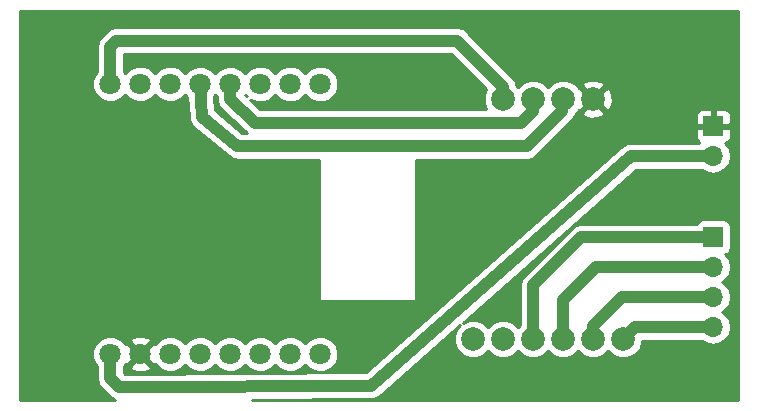
<source format=gbr>
G04 #@! TF.FileFunction,Copper,L1,Top,Signal*
%FSLAX46Y46*%
G04 Gerber Fmt 4.6, Leading zero omitted, Abs format (unit mm)*
G04 Created by KiCad (PCBNEW 4.0.6) date Fri Oct 13 10:11:11 2017*
%MOMM*%
%LPD*%
G01*
G04 APERTURE LIST*
%ADD10C,0.100000*%
%ADD11C,1.800000*%
%ADD12R,1.700000X1.700000*%
%ADD13O,1.700000X1.700000*%
%ADD14C,2.000000*%
%ADD15C,1.000000*%
%ADD16C,0.254000*%
G04 APERTURE END LIST*
D10*
D11*
X96012000Y-102108000D03*
X93472000Y-102108000D03*
X90932000Y-102108000D03*
X88392000Y-102108000D03*
X85852000Y-102108000D03*
X83312000Y-102108000D03*
X80772000Y-102108000D03*
X78232000Y-102108000D03*
X78232000Y-79248000D03*
X80772000Y-79248000D03*
X83312000Y-79248000D03*
X85852000Y-79248000D03*
X88392000Y-79248000D03*
X90932000Y-79248000D03*
X93472000Y-79248000D03*
X96012000Y-79248000D03*
D12*
X129286000Y-82804000D03*
D13*
X129286000Y-85344000D03*
D12*
X129286000Y-92202000D03*
D13*
X129286000Y-94742000D03*
X129286000Y-97282000D03*
X129286000Y-99822000D03*
D14*
X121666000Y-100838000D03*
X119126000Y-100838000D03*
X116586000Y-100838000D03*
X114046000Y-100838000D03*
X111506000Y-100838000D03*
X108966000Y-100838000D03*
X111506000Y-80518000D03*
X114046000Y-80518000D03*
X116586000Y-80518000D03*
X119126000Y-80518000D03*
D15*
X128083919Y-85344000D02*
X129286000Y-85344000D01*
X78232000Y-102108000D02*
X78232000Y-104140000D01*
X78232000Y-104140000D02*
X78994000Y-104902000D01*
X78994000Y-104902000D02*
X100330000Y-104775000D01*
X100330000Y-104775000D02*
X122296238Y-85344000D01*
X122296238Y-85344000D02*
X128083919Y-85344000D01*
X129286000Y-92202000D02*
X118110000Y-92202000D01*
X118110000Y-92202000D02*
X114046000Y-96266000D01*
X114046000Y-96266000D02*
X114046000Y-100838000D01*
X116586000Y-97536000D02*
X119380000Y-94742000D01*
X119380000Y-94742000D02*
X129286000Y-94742000D01*
X116586000Y-100838000D02*
X116586000Y-97536000D01*
X119126000Y-100838000D02*
X119126000Y-99760370D01*
X119126000Y-99760370D02*
X121604370Y-97282000D01*
X121604370Y-97282000D02*
X128083919Y-97282000D01*
X128083919Y-97282000D02*
X129286000Y-97282000D01*
X122682000Y-99822000D02*
X129286000Y-99822000D01*
X121666000Y-100838000D02*
X122682000Y-99822000D01*
X85852000Y-79248000D02*
X86000000Y-82000000D01*
X86000000Y-82000000D02*
X89000000Y-84500000D01*
X89000000Y-84500000D02*
X113500000Y-84500000D01*
X113500000Y-84500000D02*
X116500000Y-81500000D01*
X116500000Y-81500000D02*
X116586000Y-80518000D01*
X113000000Y-82500000D02*
X114000000Y-81500000D01*
X114000000Y-81500000D02*
X114046000Y-80518000D01*
X90500000Y-82500000D02*
X113000000Y-82500000D01*
X88392000Y-79248000D02*
X88392000Y-80520792D01*
X88392000Y-80520792D02*
X90500000Y-82500000D01*
X111506000Y-80518000D02*
X111506000Y-79506000D01*
X78740000Y-75565000D02*
X78232000Y-76073000D01*
X107630630Y-75565000D02*
X78740000Y-75565000D01*
X78232000Y-76073000D02*
X78232000Y-79248000D01*
X107630630Y-75565000D02*
X107630630Y-75630630D01*
X111506000Y-79506000D02*
X107630630Y-75630630D01*
D16*
G36*
X131370000Y-105970000D02*
X90253396Y-105970000D01*
X100336756Y-105909980D01*
X100517059Y-105872998D01*
X100699435Y-105848193D01*
X100732775Y-105828753D01*
X100770580Y-105820999D01*
X100923004Y-105717835D01*
X101082007Y-105625124D01*
X107881398Y-99610486D01*
X107580722Y-99910637D01*
X107331284Y-100511352D01*
X107330716Y-101161795D01*
X107579106Y-101762943D01*
X108038637Y-102223278D01*
X108639352Y-102472716D01*
X109289795Y-102473284D01*
X109890943Y-102224894D01*
X110236199Y-101880241D01*
X110578637Y-102223278D01*
X111179352Y-102472716D01*
X111829795Y-102473284D01*
X112430943Y-102224894D01*
X112776199Y-101880241D01*
X113118637Y-102223278D01*
X113719352Y-102472716D01*
X114369795Y-102473284D01*
X114970943Y-102224894D01*
X115316199Y-101880241D01*
X115658637Y-102223278D01*
X116259352Y-102472716D01*
X116909795Y-102473284D01*
X117510943Y-102224894D01*
X117856199Y-101880241D01*
X118198637Y-102223278D01*
X118799352Y-102472716D01*
X119449795Y-102473284D01*
X120050943Y-102224894D01*
X120396199Y-101880241D01*
X120738637Y-102223278D01*
X121339352Y-102472716D01*
X121989795Y-102473284D01*
X122590943Y-102224894D01*
X123051278Y-101765363D01*
X123300716Y-101164648D01*
X123300897Y-100957000D01*
X128333984Y-100957000D01*
X128688622Y-101193961D01*
X129256907Y-101307000D01*
X129315093Y-101307000D01*
X129883378Y-101193961D01*
X130365147Y-100872054D01*
X130687054Y-100390285D01*
X130800093Y-99822000D01*
X130687054Y-99253715D01*
X130365147Y-98771946D01*
X130035974Y-98552000D01*
X130365147Y-98332054D01*
X130687054Y-97850285D01*
X130800093Y-97282000D01*
X130687054Y-96713715D01*
X130365147Y-96231946D01*
X130035974Y-96012000D01*
X130365147Y-95792054D01*
X130687054Y-95310285D01*
X130800093Y-94742000D01*
X130687054Y-94173715D01*
X130365147Y-93691946D01*
X130323548Y-93664150D01*
X130371317Y-93655162D01*
X130587441Y-93516090D01*
X130732431Y-93303890D01*
X130783440Y-93052000D01*
X130783440Y-91352000D01*
X130739162Y-91116683D01*
X130600090Y-90900559D01*
X130387890Y-90755569D01*
X130136000Y-90704560D01*
X128436000Y-90704560D01*
X128200683Y-90748838D01*
X127984559Y-90887910D01*
X127862192Y-91067000D01*
X118110000Y-91067000D01*
X117675654Y-91153397D01*
X117378424Y-91352000D01*
X117307434Y-91399434D01*
X113243434Y-95463434D01*
X112997397Y-95831654D01*
X112911000Y-96266000D01*
X112911000Y-99660796D01*
X112775801Y-99795759D01*
X112433363Y-99452722D01*
X111832648Y-99203284D01*
X111182205Y-99202716D01*
X110581057Y-99451106D01*
X110235801Y-99795759D01*
X109893363Y-99452722D01*
X109292648Y-99203284D01*
X108642205Y-99202716D01*
X108079556Y-99435198D01*
X122726200Y-86479000D01*
X128333984Y-86479000D01*
X128688622Y-86715961D01*
X129256907Y-86829000D01*
X129315093Y-86829000D01*
X129883378Y-86715961D01*
X130365147Y-86394054D01*
X130687054Y-85912285D01*
X130800093Y-85344000D01*
X130687054Y-84775715D01*
X130365147Y-84293946D01*
X130321223Y-84264597D01*
X130495698Y-84192327D01*
X130674327Y-84013699D01*
X130771000Y-83780310D01*
X130771000Y-83089750D01*
X130612250Y-82931000D01*
X129413000Y-82931000D01*
X129413000Y-82951000D01*
X129159000Y-82951000D01*
X129159000Y-82931000D01*
X127959750Y-82931000D01*
X127801000Y-83089750D01*
X127801000Y-83780310D01*
X127897673Y-84013699D01*
X128076302Y-84192327D01*
X128116554Y-84209000D01*
X122296238Y-84209000D01*
X122112466Y-84245555D01*
X121926803Y-84270807D01*
X121896404Y-84288532D01*
X121861892Y-84295397D01*
X121706101Y-84399493D01*
X121544231Y-84493876D01*
X99897148Y-103642556D01*
X79461330Y-103764198D01*
X79367000Y-103669868D01*
X79367000Y-103188159D01*
X79871446Y-103188159D01*
X79957852Y-103444643D01*
X80531336Y-103654458D01*
X81141460Y-103628839D01*
X81586148Y-103444643D01*
X81672554Y-103188159D01*
X80772000Y-102287605D01*
X79871446Y-103188159D01*
X79367000Y-103188159D01*
X79367000Y-103143905D01*
X79532551Y-102978643D01*
X79541203Y-102957806D01*
X79691841Y-103008554D01*
X80592395Y-102108000D01*
X80951605Y-102108000D01*
X81852159Y-103008554D01*
X82002327Y-102957965D01*
X82009932Y-102976371D01*
X82441357Y-103408551D01*
X83005330Y-103642733D01*
X83615991Y-103643265D01*
X84180371Y-103410068D01*
X84582323Y-103008818D01*
X84981357Y-103408551D01*
X85545330Y-103642733D01*
X86155991Y-103643265D01*
X86720371Y-103410068D01*
X87122323Y-103008818D01*
X87521357Y-103408551D01*
X88085330Y-103642733D01*
X88695991Y-103643265D01*
X89260371Y-103410068D01*
X89662323Y-103008818D01*
X90061357Y-103408551D01*
X90625330Y-103642733D01*
X91235991Y-103643265D01*
X91800371Y-103410068D01*
X92202323Y-103008818D01*
X92601357Y-103408551D01*
X93165330Y-103642733D01*
X93775991Y-103643265D01*
X94340371Y-103410068D01*
X94742323Y-103008818D01*
X95141357Y-103408551D01*
X95705330Y-103642733D01*
X96315991Y-103643265D01*
X96880371Y-103410068D01*
X97312551Y-102978643D01*
X97546733Y-102414670D01*
X97547265Y-101804009D01*
X97314068Y-101239629D01*
X96882643Y-100807449D01*
X96318670Y-100573267D01*
X95708009Y-100572735D01*
X95143629Y-100805932D01*
X94741677Y-101207182D01*
X94342643Y-100807449D01*
X93778670Y-100573267D01*
X93168009Y-100572735D01*
X92603629Y-100805932D01*
X92201677Y-101207182D01*
X91802643Y-100807449D01*
X91238670Y-100573267D01*
X90628009Y-100572735D01*
X90063629Y-100805932D01*
X89661677Y-101207182D01*
X89262643Y-100807449D01*
X88698670Y-100573267D01*
X88088009Y-100572735D01*
X87523629Y-100805932D01*
X87121677Y-101207182D01*
X86722643Y-100807449D01*
X86158670Y-100573267D01*
X85548009Y-100572735D01*
X84983629Y-100805932D01*
X84581677Y-101207182D01*
X84182643Y-100807449D01*
X83618670Y-100573267D01*
X83008009Y-100572735D01*
X82443629Y-100805932D01*
X82011449Y-101237357D01*
X82002797Y-101258194D01*
X81852159Y-101207446D01*
X80951605Y-102108000D01*
X80592395Y-102108000D01*
X79691841Y-101207446D01*
X79541673Y-101258035D01*
X79534068Y-101239629D01*
X79322650Y-101027841D01*
X79871446Y-101027841D01*
X80772000Y-101928395D01*
X81672554Y-101027841D01*
X81586148Y-100771357D01*
X81012664Y-100561542D01*
X80402540Y-100587161D01*
X79957852Y-100771357D01*
X79871446Y-101027841D01*
X79322650Y-101027841D01*
X79102643Y-100807449D01*
X78538670Y-100573267D01*
X77928009Y-100572735D01*
X77363629Y-100805932D01*
X76931449Y-101237357D01*
X76697267Y-101801330D01*
X76696735Y-102411991D01*
X76929932Y-102976371D01*
X77097000Y-103143731D01*
X77097000Y-104140000D01*
X77183397Y-104574346D01*
X77312956Y-104768244D01*
X77429434Y-104942566D01*
X78191434Y-105704566D01*
X78194295Y-105706478D01*
X78196225Y-105709329D01*
X78378381Y-105829480D01*
X78559655Y-105950603D01*
X78563029Y-105951274D01*
X78565903Y-105953170D01*
X78653226Y-105970000D01*
X70560000Y-105970000D01*
X70560000Y-79551991D01*
X76696735Y-79551991D01*
X76929932Y-80116371D01*
X77361357Y-80548551D01*
X77925330Y-80782733D01*
X78535991Y-80783265D01*
X79100371Y-80550068D01*
X79502323Y-80148818D01*
X79901357Y-80548551D01*
X80465330Y-80782733D01*
X81075991Y-80783265D01*
X81640371Y-80550068D01*
X82042323Y-80148818D01*
X82441357Y-80548551D01*
X83005330Y-80782733D01*
X83615991Y-80783265D01*
X84180371Y-80550068D01*
X84582323Y-80148818D01*
X84774139Y-80340970D01*
X84866638Y-82060951D01*
X84871908Y-82081581D01*
X84869661Y-82102758D01*
X84926526Y-82295416D01*
X84976235Y-82490031D01*
X84988999Y-82507076D01*
X84995027Y-82527498D01*
X85121284Y-82683721D01*
X85241691Y-82844507D01*
X85260006Y-82855370D01*
X85273391Y-82871931D01*
X88273391Y-85371931D01*
X88423529Y-85453638D01*
X88565654Y-85548603D01*
X88616679Y-85558752D01*
X88662375Y-85583621D01*
X88832356Y-85601653D01*
X89000000Y-85635000D01*
X95873000Y-85635000D01*
X95873000Y-97500000D01*
X95881685Y-97546159D01*
X95908965Y-97588553D01*
X95950590Y-97616994D01*
X96000000Y-97627000D01*
X104000000Y-97627000D01*
X104046159Y-97618315D01*
X104088553Y-97591035D01*
X104116994Y-97549410D01*
X104127000Y-97500000D01*
X104127000Y-85635000D01*
X113500000Y-85635000D01*
X113934346Y-85548603D01*
X114302566Y-85302566D01*
X117302566Y-82302566D01*
X117398556Y-82158908D01*
X117506711Y-82024173D01*
X117520746Y-81976038D01*
X117548604Y-81934345D01*
X117565244Y-81850687D01*
X117745714Y-81670532D01*
X118153073Y-81670532D01*
X118251736Y-81937387D01*
X118861461Y-82163908D01*
X119511460Y-82139856D01*
X120000264Y-81937387D01*
X120040821Y-81827690D01*
X127801000Y-81827690D01*
X127801000Y-82518250D01*
X127959750Y-82677000D01*
X129159000Y-82677000D01*
X129159000Y-81477750D01*
X129413000Y-81477750D01*
X129413000Y-82677000D01*
X130612250Y-82677000D01*
X130771000Y-82518250D01*
X130771000Y-81827690D01*
X130674327Y-81594301D01*
X130495698Y-81415673D01*
X130262309Y-81319000D01*
X129571750Y-81319000D01*
X129413000Y-81477750D01*
X129159000Y-81477750D01*
X129000250Y-81319000D01*
X128309691Y-81319000D01*
X128076302Y-81415673D01*
X127897673Y-81594301D01*
X127801000Y-81827690D01*
X120040821Y-81827690D01*
X120098927Y-81670532D01*
X119126000Y-80697605D01*
X118153073Y-81670532D01*
X117745714Y-81670532D01*
X117938562Y-81478022D01*
X117973468Y-81490927D01*
X118946395Y-80518000D01*
X119305605Y-80518000D01*
X120278532Y-81490927D01*
X120545387Y-81392264D01*
X120771908Y-80782539D01*
X120747856Y-80132540D01*
X120545387Y-79643736D01*
X120278532Y-79545073D01*
X119305605Y-80518000D01*
X118946395Y-80518000D01*
X117973468Y-79545073D01*
X117938062Y-79558164D01*
X117745703Y-79365468D01*
X118153073Y-79365468D01*
X119126000Y-80338395D01*
X120098927Y-79365468D01*
X120000264Y-79098613D01*
X119390539Y-78872092D01*
X118740540Y-78896144D01*
X118251736Y-79098613D01*
X118153073Y-79365468D01*
X117745703Y-79365468D01*
X117513363Y-79132722D01*
X116912648Y-78883284D01*
X116262205Y-78882716D01*
X115661057Y-79131106D01*
X115315801Y-79475759D01*
X114973363Y-79132722D01*
X114372648Y-78883284D01*
X113722205Y-78882716D01*
X113121057Y-79131106D01*
X112775801Y-79475759D01*
X112599943Y-79299594D01*
X112554603Y-79071654D01*
X112308566Y-78703434D01*
X108565354Y-74960222D01*
X108433196Y-74762434D01*
X108064976Y-74516397D01*
X107630630Y-74430000D01*
X78740000Y-74430000D01*
X78305654Y-74516397D01*
X77937433Y-74762434D01*
X77429434Y-75270434D01*
X77183397Y-75638654D01*
X77097000Y-76073000D01*
X77097000Y-78212095D01*
X76931449Y-78377357D01*
X76697267Y-78941330D01*
X76696735Y-79551991D01*
X70560000Y-79551991D01*
X70560000Y-73100000D01*
X131370000Y-73100000D01*
X131370000Y-105970000D01*
X131370000Y-105970000D01*
G37*
X131370000Y-105970000D02*
X90253396Y-105970000D01*
X100336756Y-105909980D01*
X100517059Y-105872998D01*
X100699435Y-105848193D01*
X100732775Y-105828753D01*
X100770580Y-105820999D01*
X100923004Y-105717835D01*
X101082007Y-105625124D01*
X107881398Y-99610486D01*
X107580722Y-99910637D01*
X107331284Y-100511352D01*
X107330716Y-101161795D01*
X107579106Y-101762943D01*
X108038637Y-102223278D01*
X108639352Y-102472716D01*
X109289795Y-102473284D01*
X109890943Y-102224894D01*
X110236199Y-101880241D01*
X110578637Y-102223278D01*
X111179352Y-102472716D01*
X111829795Y-102473284D01*
X112430943Y-102224894D01*
X112776199Y-101880241D01*
X113118637Y-102223278D01*
X113719352Y-102472716D01*
X114369795Y-102473284D01*
X114970943Y-102224894D01*
X115316199Y-101880241D01*
X115658637Y-102223278D01*
X116259352Y-102472716D01*
X116909795Y-102473284D01*
X117510943Y-102224894D01*
X117856199Y-101880241D01*
X118198637Y-102223278D01*
X118799352Y-102472716D01*
X119449795Y-102473284D01*
X120050943Y-102224894D01*
X120396199Y-101880241D01*
X120738637Y-102223278D01*
X121339352Y-102472716D01*
X121989795Y-102473284D01*
X122590943Y-102224894D01*
X123051278Y-101765363D01*
X123300716Y-101164648D01*
X123300897Y-100957000D01*
X128333984Y-100957000D01*
X128688622Y-101193961D01*
X129256907Y-101307000D01*
X129315093Y-101307000D01*
X129883378Y-101193961D01*
X130365147Y-100872054D01*
X130687054Y-100390285D01*
X130800093Y-99822000D01*
X130687054Y-99253715D01*
X130365147Y-98771946D01*
X130035974Y-98552000D01*
X130365147Y-98332054D01*
X130687054Y-97850285D01*
X130800093Y-97282000D01*
X130687054Y-96713715D01*
X130365147Y-96231946D01*
X130035974Y-96012000D01*
X130365147Y-95792054D01*
X130687054Y-95310285D01*
X130800093Y-94742000D01*
X130687054Y-94173715D01*
X130365147Y-93691946D01*
X130323548Y-93664150D01*
X130371317Y-93655162D01*
X130587441Y-93516090D01*
X130732431Y-93303890D01*
X130783440Y-93052000D01*
X130783440Y-91352000D01*
X130739162Y-91116683D01*
X130600090Y-90900559D01*
X130387890Y-90755569D01*
X130136000Y-90704560D01*
X128436000Y-90704560D01*
X128200683Y-90748838D01*
X127984559Y-90887910D01*
X127862192Y-91067000D01*
X118110000Y-91067000D01*
X117675654Y-91153397D01*
X117378424Y-91352000D01*
X117307434Y-91399434D01*
X113243434Y-95463434D01*
X112997397Y-95831654D01*
X112911000Y-96266000D01*
X112911000Y-99660796D01*
X112775801Y-99795759D01*
X112433363Y-99452722D01*
X111832648Y-99203284D01*
X111182205Y-99202716D01*
X110581057Y-99451106D01*
X110235801Y-99795759D01*
X109893363Y-99452722D01*
X109292648Y-99203284D01*
X108642205Y-99202716D01*
X108079556Y-99435198D01*
X122726200Y-86479000D01*
X128333984Y-86479000D01*
X128688622Y-86715961D01*
X129256907Y-86829000D01*
X129315093Y-86829000D01*
X129883378Y-86715961D01*
X130365147Y-86394054D01*
X130687054Y-85912285D01*
X130800093Y-85344000D01*
X130687054Y-84775715D01*
X130365147Y-84293946D01*
X130321223Y-84264597D01*
X130495698Y-84192327D01*
X130674327Y-84013699D01*
X130771000Y-83780310D01*
X130771000Y-83089750D01*
X130612250Y-82931000D01*
X129413000Y-82931000D01*
X129413000Y-82951000D01*
X129159000Y-82951000D01*
X129159000Y-82931000D01*
X127959750Y-82931000D01*
X127801000Y-83089750D01*
X127801000Y-83780310D01*
X127897673Y-84013699D01*
X128076302Y-84192327D01*
X128116554Y-84209000D01*
X122296238Y-84209000D01*
X122112466Y-84245555D01*
X121926803Y-84270807D01*
X121896404Y-84288532D01*
X121861892Y-84295397D01*
X121706101Y-84399493D01*
X121544231Y-84493876D01*
X99897148Y-103642556D01*
X79461330Y-103764198D01*
X79367000Y-103669868D01*
X79367000Y-103188159D01*
X79871446Y-103188159D01*
X79957852Y-103444643D01*
X80531336Y-103654458D01*
X81141460Y-103628839D01*
X81586148Y-103444643D01*
X81672554Y-103188159D01*
X80772000Y-102287605D01*
X79871446Y-103188159D01*
X79367000Y-103188159D01*
X79367000Y-103143905D01*
X79532551Y-102978643D01*
X79541203Y-102957806D01*
X79691841Y-103008554D01*
X80592395Y-102108000D01*
X80951605Y-102108000D01*
X81852159Y-103008554D01*
X82002327Y-102957965D01*
X82009932Y-102976371D01*
X82441357Y-103408551D01*
X83005330Y-103642733D01*
X83615991Y-103643265D01*
X84180371Y-103410068D01*
X84582323Y-103008818D01*
X84981357Y-103408551D01*
X85545330Y-103642733D01*
X86155991Y-103643265D01*
X86720371Y-103410068D01*
X87122323Y-103008818D01*
X87521357Y-103408551D01*
X88085330Y-103642733D01*
X88695991Y-103643265D01*
X89260371Y-103410068D01*
X89662323Y-103008818D01*
X90061357Y-103408551D01*
X90625330Y-103642733D01*
X91235991Y-103643265D01*
X91800371Y-103410068D01*
X92202323Y-103008818D01*
X92601357Y-103408551D01*
X93165330Y-103642733D01*
X93775991Y-103643265D01*
X94340371Y-103410068D01*
X94742323Y-103008818D01*
X95141357Y-103408551D01*
X95705330Y-103642733D01*
X96315991Y-103643265D01*
X96880371Y-103410068D01*
X97312551Y-102978643D01*
X97546733Y-102414670D01*
X97547265Y-101804009D01*
X97314068Y-101239629D01*
X96882643Y-100807449D01*
X96318670Y-100573267D01*
X95708009Y-100572735D01*
X95143629Y-100805932D01*
X94741677Y-101207182D01*
X94342643Y-100807449D01*
X93778670Y-100573267D01*
X93168009Y-100572735D01*
X92603629Y-100805932D01*
X92201677Y-101207182D01*
X91802643Y-100807449D01*
X91238670Y-100573267D01*
X90628009Y-100572735D01*
X90063629Y-100805932D01*
X89661677Y-101207182D01*
X89262643Y-100807449D01*
X88698670Y-100573267D01*
X88088009Y-100572735D01*
X87523629Y-100805932D01*
X87121677Y-101207182D01*
X86722643Y-100807449D01*
X86158670Y-100573267D01*
X85548009Y-100572735D01*
X84983629Y-100805932D01*
X84581677Y-101207182D01*
X84182643Y-100807449D01*
X83618670Y-100573267D01*
X83008009Y-100572735D01*
X82443629Y-100805932D01*
X82011449Y-101237357D01*
X82002797Y-101258194D01*
X81852159Y-101207446D01*
X80951605Y-102108000D01*
X80592395Y-102108000D01*
X79691841Y-101207446D01*
X79541673Y-101258035D01*
X79534068Y-101239629D01*
X79322650Y-101027841D01*
X79871446Y-101027841D01*
X80772000Y-101928395D01*
X81672554Y-101027841D01*
X81586148Y-100771357D01*
X81012664Y-100561542D01*
X80402540Y-100587161D01*
X79957852Y-100771357D01*
X79871446Y-101027841D01*
X79322650Y-101027841D01*
X79102643Y-100807449D01*
X78538670Y-100573267D01*
X77928009Y-100572735D01*
X77363629Y-100805932D01*
X76931449Y-101237357D01*
X76697267Y-101801330D01*
X76696735Y-102411991D01*
X76929932Y-102976371D01*
X77097000Y-103143731D01*
X77097000Y-104140000D01*
X77183397Y-104574346D01*
X77312956Y-104768244D01*
X77429434Y-104942566D01*
X78191434Y-105704566D01*
X78194295Y-105706478D01*
X78196225Y-105709329D01*
X78378381Y-105829480D01*
X78559655Y-105950603D01*
X78563029Y-105951274D01*
X78565903Y-105953170D01*
X78653226Y-105970000D01*
X70560000Y-105970000D01*
X70560000Y-79551991D01*
X76696735Y-79551991D01*
X76929932Y-80116371D01*
X77361357Y-80548551D01*
X77925330Y-80782733D01*
X78535991Y-80783265D01*
X79100371Y-80550068D01*
X79502323Y-80148818D01*
X79901357Y-80548551D01*
X80465330Y-80782733D01*
X81075991Y-80783265D01*
X81640371Y-80550068D01*
X82042323Y-80148818D01*
X82441357Y-80548551D01*
X83005330Y-80782733D01*
X83615991Y-80783265D01*
X84180371Y-80550068D01*
X84582323Y-80148818D01*
X84774139Y-80340970D01*
X84866638Y-82060951D01*
X84871908Y-82081581D01*
X84869661Y-82102758D01*
X84926526Y-82295416D01*
X84976235Y-82490031D01*
X84988999Y-82507076D01*
X84995027Y-82527498D01*
X85121284Y-82683721D01*
X85241691Y-82844507D01*
X85260006Y-82855370D01*
X85273391Y-82871931D01*
X88273391Y-85371931D01*
X88423529Y-85453638D01*
X88565654Y-85548603D01*
X88616679Y-85558752D01*
X88662375Y-85583621D01*
X88832356Y-85601653D01*
X89000000Y-85635000D01*
X95873000Y-85635000D01*
X95873000Y-97500000D01*
X95881685Y-97546159D01*
X95908965Y-97588553D01*
X95950590Y-97616994D01*
X96000000Y-97627000D01*
X104000000Y-97627000D01*
X104046159Y-97618315D01*
X104088553Y-97591035D01*
X104116994Y-97549410D01*
X104127000Y-97500000D01*
X104127000Y-85635000D01*
X113500000Y-85635000D01*
X113934346Y-85548603D01*
X114302566Y-85302566D01*
X117302566Y-82302566D01*
X117398556Y-82158908D01*
X117506711Y-82024173D01*
X117520746Y-81976038D01*
X117548604Y-81934345D01*
X117565244Y-81850687D01*
X117745714Y-81670532D01*
X118153073Y-81670532D01*
X118251736Y-81937387D01*
X118861461Y-82163908D01*
X119511460Y-82139856D01*
X120000264Y-81937387D01*
X120040821Y-81827690D01*
X127801000Y-81827690D01*
X127801000Y-82518250D01*
X127959750Y-82677000D01*
X129159000Y-82677000D01*
X129159000Y-81477750D01*
X129413000Y-81477750D01*
X129413000Y-82677000D01*
X130612250Y-82677000D01*
X130771000Y-82518250D01*
X130771000Y-81827690D01*
X130674327Y-81594301D01*
X130495698Y-81415673D01*
X130262309Y-81319000D01*
X129571750Y-81319000D01*
X129413000Y-81477750D01*
X129159000Y-81477750D01*
X129000250Y-81319000D01*
X128309691Y-81319000D01*
X128076302Y-81415673D01*
X127897673Y-81594301D01*
X127801000Y-81827690D01*
X120040821Y-81827690D01*
X120098927Y-81670532D01*
X119126000Y-80697605D01*
X118153073Y-81670532D01*
X117745714Y-81670532D01*
X117938562Y-81478022D01*
X117973468Y-81490927D01*
X118946395Y-80518000D01*
X119305605Y-80518000D01*
X120278532Y-81490927D01*
X120545387Y-81392264D01*
X120771908Y-80782539D01*
X120747856Y-80132540D01*
X120545387Y-79643736D01*
X120278532Y-79545073D01*
X119305605Y-80518000D01*
X118946395Y-80518000D01*
X117973468Y-79545073D01*
X117938062Y-79558164D01*
X117745703Y-79365468D01*
X118153073Y-79365468D01*
X119126000Y-80338395D01*
X120098927Y-79365468D01*
X120000264Y-79098613D01*
X119390539Y-78872092D01*
X118740540Y-78896144D01*
X118251736Y-79098613D01*
X118153073Y-79365468D01*
X117745703Y-79365468D01*
X117513363Y-79132722D01*
X116912648Y-78883284D01*
X116262205Y-78882716D01*
X115661057Y-79131106D01*
X115315801Y-79475759D01*
X114973363Y-79132722D01*
X114372648Y-78883284D01*
X113722205Y-78882716D01*
X113121057Y-79131106D01*
X112775801Y-79475759D01*
X112599943Y-79299594D01*
X112554603Y-79071654D01*
X112308566Y-78703434D01*
X108565354Y-74960222D01*
X108433196Y-74762434D01*
X108064976Y-74516397D01*
X107630630Y-74430000D01*
X78740000Y-74430000D01*
X78305654Y-74516397D01*
X77937433Y-74762434D01*
X77429434Y-75270434D01*
X77183397Y-75638654D01*
X77097000Y-76073000D01*
X77097000Y-78212095D01*
X76931449Y-78377357D01*
X76697267Y-78941330D01*
X76696735Y-79551991D01*
X70560000Y-79551991D01*
X70560000Y-73100000D01*
X131370000Y-73100000D01*
X131370000Y-105970000D01*
G36*
X113385066Y-85873000D02*
X104127000Y-85873000D01*
X104127000Y-85635000D01*
X113408866Y-85635000D01*
X113385066Y-85873000D01*
X113385066Y-85873000D01*
G37*
X113385066Y-85873000D02*
X104127000Y-85873000D01*
X104127000Y-85635000D01*
X113408866Y-85635000D01*
X113385066Y-85873000D01*
G36*
X88273391Y-85371931D02*
X88423529Y-85453638D01*
X88565654Y-85548603D01*
X88616679Y-85558752D01*
X88662375Y-85583621D01*
X88832356Y-85601653D01*
X89000000Y-85635000D01*
X95873000Y-85635000D01*
X95873000Y-85873000D01*
X88052606Y-85873000D01*
X86127000Y-83947394D01*
X86127000Y-83583272D01*
X88273391Y-85371931D01*
X88273391Y-85371931D01*
G37*
X88273391Y-85371931D02*
X88423529Y-85453638D01*
X88565654Y-85548603D01*
X88616679Y-85558752D01*
X88662375Y-85583621D01*
X88832356Y-85601653D01*
X89000000Y-85635000D01*
X95873000Y-85635000D01*
X95873000Y-85873000D01*
X88052606Y-85873000D01*
X86127000Y-83947394D01*
X86127000Y-83583272D01*
X88273391Y-85371931D01*
G36*
X87257000Y-80283731D02*
X87257000Y-80520792D01*
X87260545Y-80538614D01*
X87257563Y-80556539D01*
X87303619Y-80755163D01*
X87343397Y-80955138D01*
X87353493Y-80970247D01*
X87357597Y-80987948D01*
X87476156Y-81153826D01*
X87589434Y-81323358D01*
X87604542Y-81333453D01*
X87615109Y-81348237D01*
X89723109Y-83327445D01*
X89783338Y-83365000D01*
X89410926Y-83365000D01*
X87106786Y-81444883D01*
X87041428Y-80229572D01*
X87122323Y-80148818D01*
X87257000Y-80283731D01*
X87257000Y-80283731D01*
G37*
X87257000Y-80283731D02*
X87257000Y-80520792D01*
X87260545Y-80538614D01*
X87257563Y-80556539D01*
X87303619Y-80755163D01*
X87343397Y-80955138D01*
X87353493Y-80970247D01*
X87357597Y-80987948D01*
X87476156Y-81153826D01*
X87589434Y-81323358D01*
X87604542Y-81333453D01*
X87615109Y-81348237D01*
X89723109Y-83327445D01*
X89783338Y-83365000D01*
X89410926Y-83365000D01*
X87106786Y-81444883D01*
X87041428Y-80229572D01*
X87122323Y-80148818D01*
X87257000Y-80283731D01*
G36*
X110081049Y-79686181D02*
X109871284Y-80191352D01*
X109870716Y-80841795D01*
X110086901Y-81365000D01*
X90949323Y-81365000D01*
X90118399Y-80584843D01*
X90373710Y-80678251D01*
X90625330Y-80782733D01*
X90659369Y-80782763D01*
X90691336Y-80794458D01*
X90963553Y-80783028D01*
X91235991Y-80783265D01*
X91267448Y-80770267D01*
X91301460Y-80768839D01*
X91746148Y-80584643D01*
X91750911Y-80570504D01*
X91800371Y-80550068D01*
X92202323Y-80148818D01*
X92601357Y-80548551D01*
X92652904Y-80569955D01*
X92657852Y-80584643D01*
X92913710Y-80678251D01*
X93165330Y-80782733D01*
X93199369Y-80782763D01*
X93231336Y-80794458D01*
X93503553Y-80783028D01*
X93775991Y-80783265D01*
X93807448Y-80770267D01*
X93841460Y-80768839D01*
X94286148Y-80584643D01*
X94290911Y-80570504D01*
X94340371Y-80550068D01*
X94742323Y-80148818D01*
X95141357Y-80548551D01*
X95192904Y-80569955D01*
X95197852Y-80584643D01*
X95453710Y-80678251D01*
X95705330Y-80782733D01*
X95739369Y-80782763D01*
X95771336Y-80794458D01*
X96043553Y-80783028D01*
X96315991Y-80783265D01*
X96347448Y-80770267D01*
X96381460Y-80768839D01*
X96826148Y-80584643D01*
X96830911Y-80570504D01*
X96880371Y-80550068D01*
X97312551Y-80118643D01*
X97333955Y-80067096D01*
X97348643Y-80062148D01*
X97442251Y-79806290D01*
X97546733Y-79554670D01*
X97546763Y-79520631D01*
X97558458Y-79488664D01*
X97547028Y-79216447D01*
X97547265Y-78944009D01*
X97534267Y-78912552D01*
X97532839Y-78878540D01*
X97348643Y-78433852D01*
X97334504Y-78429089D01*
X97314068Y-78379629D01*
X96882643Y-77947449D01*
X96831096Y-77926045D01*
X96826148Y-77911357D01*
X96570290Y-77817749D01*
X96318670Y-77713267D01*
X96284631Y-77713237D01*
X96252664Y-77701542D01*
X95980447Y-77712972D01*
X95708009Y-77712735D01*
X95676552Y-77725733D01*
X95642540Y-77727161D01*
X95197852Y-77911357D01*
X95193089Y-77925496D01*
X95143629Y-77945932D01*
X94741677Y-78347182D01*
X94342643Y-77947449D01*
X94291096Y-77926045D01*
X94286148Y-77911357D01*
X94030290Y-77817749D01*
X93778670Y-77713267D01*
X93744631Y-77713237D01*
X93712664Y-77701542D01*
X93440447Y-77712972D01*
X93168009Y-77712735D01*
X93136552Y-77725733D01*
X93102540Y-77727161D01*
X92657852Y-77911357D01*
X92653089Y-77925496D01*
X92603629Y-77945932D01*
X92201677Y-78347182D01*
X91802643Y-77947449D01*
X91751096Y-77926045D01*
X91746148Y-77911357D01*
X91490290Y-77817749D01*
X91238670Y-77713267D01*
X91204631Y-77713237D01*
X91172664Y-77701542D01*
X90900447Y-77712972D01*
X90628009Y-77712735D01*
X90596552Y-77725733D01*
X90562540Y-77727161D01*
X90117852Y-77911357D01*
X90113089Y-77925496D01*
X90063629Y-77945932D01*
X89661677Y-78347182D01*
X89262643Y-77947449D01*
X88698670Y-77713267D01*
X88088009Y-77712735D01*
X87523629Y-77945932D01*
X87121677Y-78347182D01*
X86722643Y-77947449D01*
X86158670Y-77713267D01*
X85548009Y-77712735D01*
X84983629Y-77945932D01*
X84581677Y-78347182D01*
X84182643Y-77947449D01*
X84131096Y-77926045D01*
X84126148Y-77911357D01*
X83870290Y-77817749D01*
X83618670Y-77713267D01*
X83584631Y-77713237D01*
X83552664Y-77701542D01*
X83280447Y-77712972D01*
X83008009Y-77712735D01*
X82976552Y-77725733D01*
X82942540Y-77727161D01*
X82497852Y-77911357D01*
X82493089Y-77925496D01*
X82443629Y-77945932D01*
X82041677Y-78347182D01*
X81642643Y-77947449D01*
X81591096Y-77926045D01*
X81586148Y-77911357D01*
X81330290Y-77817749D01*
X81078670Y-77713267D01*
X81044631Y-77713237D01*
X81012664Y-77701542D01*
X80740447Y-77712972D01*
X80468009Y-77712735D01*
X80436552Y-77725733D01*
X80402540Y-77727161D01*
X79957852Y-77911357D01*
X79953089Y-77925496D01*
X79903629Y-77945932D01*
X79501677Y-78347182D01*
X79367000Y-78212269D01*
X79367000Y-76700000D01*
X107094868Y-76700000D01*
X110081049Y-79686181D01*
X110081049Y-79686181D01*
G37*
X110081049Y-79686181D02*
X109871284Y-80191352D01*
X109870716Y-80841795D01*
X110086901Y-81365000D01*
X90949323Y-81365000D01*
X90118399Y-80584843D01*
X90373710Y-80678251D01*
X90625330Y-80782733D01*
X90659369Y-80782763D01*
X90691336Y-80794458D01*
X90963553Y-80783028D01*
X91235991Y-80783265D01*
X91267448Y-80770267D01*
X91301460Y-80768839D01*
X91746148Y-80584643D01*
X91750911Y-80570504D01*
X91800371Y-80550068D01*
X92202323Y-80148818D01*
X92601357Y-80548551D01*
X92652904Y-80569955D01*
X92657852Y-80584643D01*
X92913710Y-80678251D01*
X93165330Y-80782733D01*
X93199369Y-80782763D01*
X93231336Y-80794458D01*
X93503553Y-80783028D01*
X93775991Y-80783265D01*
X93807448Y-80770267D01*
X93841460Y-80768839D01*
X94286148Y-80584643D01*
X94290911Y-80570504D01*
X94340371Y-80550068D01*
X94742323Y-80148818D01*
X95141357Y-80548551D01*
X95192904Y-80569955D01*
X95197852Y-80584643D01*
X95453710Y-80678251D01*
X95705330Y-80782733D01*
X95739369Y-80782763D01*
X95771336Y-80794458D01*
X96043553Y-80783028D01*
X96315991Y-80783265D01*
X96347448Y-80770267D01*
X96381460Y-80768839D01*
X96826148Y-80584643D01*
X96830911Y-80570504D01*
X96880371Y-80550068D01*
X97312551Y-80118643D01*
X97333955Y-80067096D01*
X97348643Y-80062148D01*
X97442251Y-79806290D01*
X97546733Y-79554670D01*
X97546763Y-79520631D01*
X97558458Y-79488664D01*
X97547028Y-79216447D01*
X97547265Y-78944009D01*
X97534267Y-78912552D01*
X97532839Y-78878540D01*
X97348643Y-78433852D01*
X97334504Y-78429089D01*
X97314068Y-78379629D01*
X96882643Y-77947449D01*
X96831096Y-77926045D01*
X96826148Y-77911357D01*
X96570290Y-77817749D01*
X96318670Y-77713267D01*
X96284631Y-77713237D01*
X96252664Y-77701542D01*
X95980447Y-77712972D01*
X95708009Y-77712735D01*
X95676552Y-77725733D01*
X95642540Y-77727161D01*
X95197852Y-77911357D01*
X95193089Y-77925496D01*
X95143629Y-77945932D01*
X94741677Y-78347182D01*
X94342643Y-77947449D01*
X94291096Y-77926045D01*
X94286148Y-77911357D01*
X94030290Y-77817749D01*
X93778670Y-77713267D01*
X93744631Y-77713237D01*
X93712664Y-77701542D01*
X93440447Y-77712972D01*
X93168009Y-77712735D01*
X93136552Y-77725733D01*
X93102540Y-77727161D01*
X92657852Y-77911357D01*
X92653089Y-77925496D01*
X92603629Y-77945932D01*
X92201677Y-78347182D01*
X91802643Y-77947449D01*
X91751096Y-77926045D01*
X91746148Y-77911357D01*
X91490290Y-77817749D01*
X91238670Y-77713267D01*
X91204631Y-77713237D01*
X91172664Y-77701542D01*
X90900447Y-77712972D01*
X90628009Y-77712735D01*
X90596552Y-77725733D01*
X90562540Y-77727161D01*
X90117852Y-77911357D01*
X90113089Y-77925496D01*
X90063629Y-77945932D01*
X89661677Y-78347182D01*
X89262643Y-77947449D01*
X88698670Y-77713267D01*
X88088009Y-77712735D01*
X87523629Y-77945932D01*
X87121677Y-78347182D01*
X86722643Y-77947449D01*
X86158670Y-77713267D01*
X85548009Y-77712735D01*
X84983629Y-77945932D01*
X84581677Y-78347182D01*
X84182643Y-77947449D01*
X84131096Y-77926045D01*
X84126148Y-77911357D01*
X83870290Y-77817749D01*
X83618670Y-77713267D01*
X83584631Y-77713237D01*
X83552664Y-77701542D01*
X83280447Y-77712972D01*
X83008009Y-77712735D01*
X82976552Y-77725733D01*
X82942540Y-77727161D01*
X82497852Y-77911357D01*
X82493089Y-77925496D01*
X82443629Y-77945932D01*
X82041677Y-78347182D01*
X81642643Y-77947449D01*
X81591096Y-77926045D01*
X81586148Y-77911357D01*
X81330290Y-77817749D01*
X81078670Y-77713267D01*
X81044631Y-77713237D01*
X81012664Y-77701542D01*
X80740447Y-77712972D01*
X80468009Y-77712735D01*
X80436552Y-77725733D01*
X80402540Y-77727161D01*
X79957852Y-77911357D01*
X79953089Y-77925496D01*
X79903629Y-77945932D01*
X79501677Y-78347182D01*
X79367000Y-78212269D01*
X79367000Y-76700000D01*
X107094868Y-76700000D01*
X110081049Y-79686181D01*
G36*
X90112904Y-80569955D02*
X90117698Y-80584185D01*
X90094326Y-80562241D01*
X90112904Y-80569955D01*
X90112904Y-80569955D01*
G37*
X90112904Y-80569955D02*
X90117698Y-80584185D01*
X90094326Y-80562241D01*
X90112904Y-80569955D01*
G36*
X89786645Y-80273358D02*
X89658289Y-80152845D01*
X89662323Y-80148818D01*
X89786645Y-80273358D01*
X89786645Y-80273358D01*
G37*
X89786645Y-80273358D02*
X89658289Y-80152845D01*
X89662323Y-80148818D01*
X89786645Y-80273358D01*
M02*

</source>
